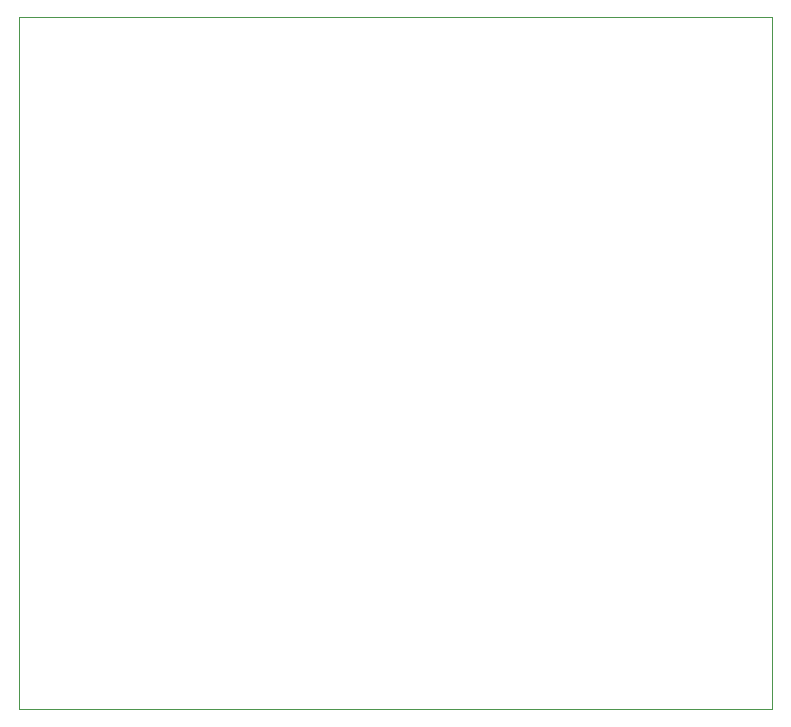
<source format=gbr>
%TF.GenerationSoftware,KiCad,Pcbnew,8.0.5*%
%TF.CreationDate,2024-09-25T10:39:00+09:00*%
%TF.ProjectId,nucleo_can_md2_roricon2,6e75636c-656f-45f6-9361-6e5f6d64325f,rev?*%
%TF.SameCoordinates,Original*%
%TF.FileFunction,Profile,NP*%
%FSLAX46Y46*%
G04 Gerber Fmt 4.6, Leading zero omitted, Abs format (unit mm)*
G04 Created by KiCad (PCBNEW 8.0.5) date 2024-09-25 10:39:00*
%MOMM*%
%LPD*%
G01*
G04 APERTURE LIST*
%TA.AperFunction,Profile*%
%ADD10C,0.050000*%
%TD*%
G04 APERTURE END LIST*
D10*
X114650000Y-65124000D02*
X178370000Y-65124000D01*
X178370000Y-123738000D01*
X114650000Y-123738000D01*
X114650000Y-65124000D01*
M02*

</source>
